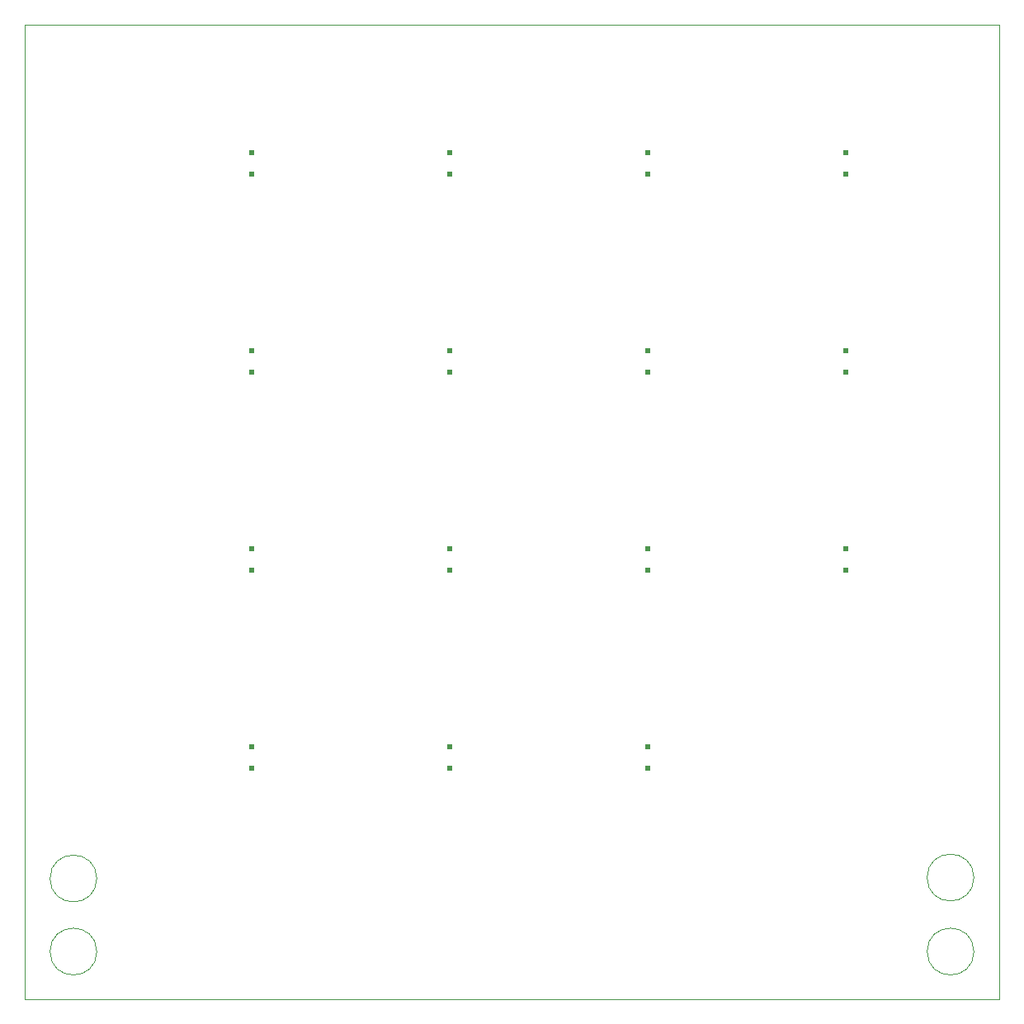
<source format=gbp>
G04 #@! TF.GenerationSoftware,KiCad,Pcbnew,(6.0.0)*
G04 #@! TF.CreationDate,2022-03-01T21:04:48+01:00*
G04 #@! TF.ProjectId,Keyboard_v2,4b657962-6f61-4726-945f-76322e6b6963,rev?*
G04 #@! TF.SameCoordinates,Original*
G04 #@! TF.FileFunction,Paste,Bot*
G04 #@! TF.FilePolarity,Positive*
%FSLAX46Y46*%
G04 Gerber Fmt 4.6, Leading zero omitted, Abs format (unit mm)*
G04 Created by KiCad (PCBNEW (6.0.0)) date 2022-03-01 21:04:48*
%MOMM*%
%LPD*%
G01*
G04 APERTURE LIST*
G04 #@! TA.AperFunction,Profile*
%ADD10C,0.050000*%
G04 #@! TD*
%ADD11R,0.500000X0.500000*%
G04 APERTURE END LIST*
D10*
X184745000Y-143405000D02*
X84745000Y-143405000D01*
X92150000Y-138500000D02*
G75*
G03*
X92150000Y-138500000I-2400000J0D01*
G01*
X182150000Y-138500000D02*
G75*
G03*
X182150000Y-138500000I-2400000J0D01*
G01*
X182145000Y-130905000D02*
G75*
G03*
X182145000Y-130905000I-2400000J0D01*
G01*
X84745000Y-43405000D02*
X184745000Y-43405000D01*
X84745000Y-143405000D02*
X84745000Y-43405000D01*
X184745000Y-43405000D02*
X184745000Y-143405000D01*
X92150000Y-131000000D02*
G75*
G03*
X92150000Y-131000000I-2400000J0D01*
G01*
D11*
X108000000Y-58735000D03*
X108000000Y-56535000D03*
X108000000Y-119695000D03*
X108000000Y-117495000D03*
X128320000Y-79055000D03*
X128320000Y-76855000D03*
X128320000Y-99375000D03*
X128320000Y-97175000D03*
X168960000Y-58735000D03*
X168960000Y-56535000D03*
X128320000Y-58735000D03*
X128320000Y-56535000D03*
X148640000Y-58735000D03*
X148640000Y-56535000D03*
X108000000Y-79055000D03*
X108000000Y-76855000D03*
X148640000Y-79055000D03*
X148640000Y-76855000D03*
X148640000Y-119695000D03*
X148640000Y-117495000D03*
X108000000Y-99375000D03*
X108000000Y-97175000D03*
X128320000Y-119695000D03*
X128320000Y-117495000D03*
X168960000Y-79055000D03*
X168960000Y-76855000D03*
X148640000Y-99375000D03*
X148640000Y-97175000D03*
X168960000Y-99375000D03*
X168960000Y-97175000D03*
M02*

</source>
